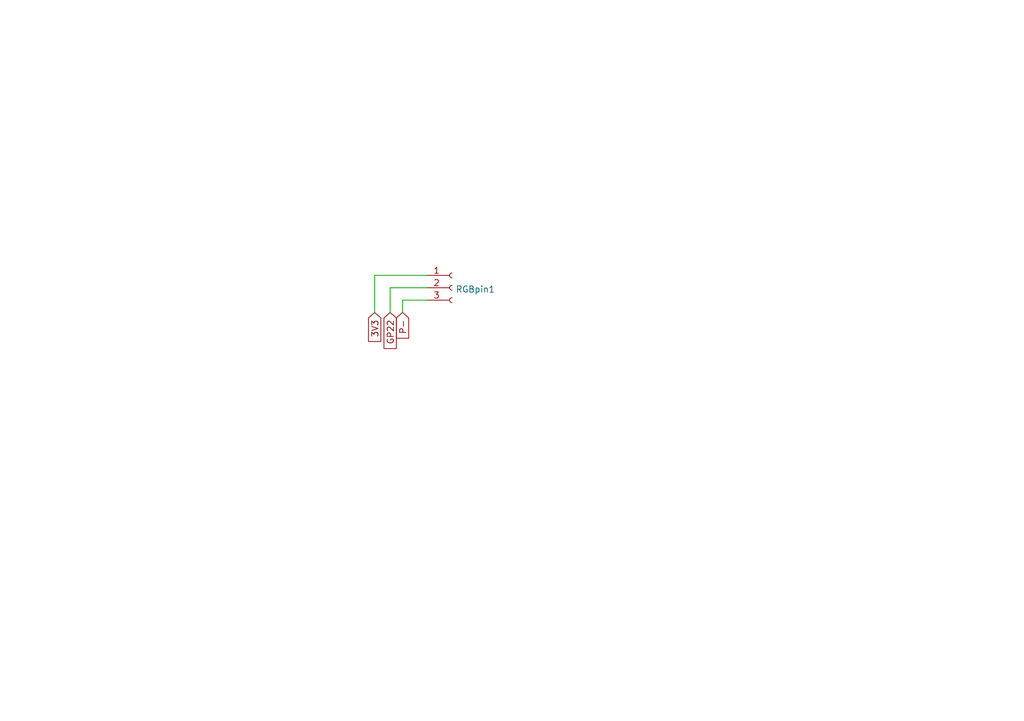
<source format=kicad_sch>
(kicad_sch (version 20230121) (generator eeschema)
  (paper "A5")
  (lib_symbols
    (symbol "Connector:Conn_01x03_Socket" (pin_names (offset 1.016) hide)
      (property "Reference" "J" (at 0 5.08 0))
      (property "Value" "Conn_01x03_Socket" (at 0 -5.08 0))
      (symbol "Conn_01x03_Socket_1_1"
        (arc (start 0 -2.032) (mid -0.5058 -2.54) (end 0 -3.048) (stroke (width 0.1524)))
        (polyline (pts (xy -1.27 -2.54) (xy -0.508 -2.54)) (stroke (width 0.1524)))
        (polyline (pts (xy -1.27 0) (xy -0.508 0)) (stroke (width 0.1524)))
        (polyline (pts (xy -1.27 2.54) (xy -0.508 2.54)) (stroke (width 0.1524)))
        (arc (start 0 0.508) (mid -0.5058 0) (end 0 -0.508) (stroke (width 0.1524)))
        (arc (start 0 3.048) (mid -0.5058 2.54) (end 0 2.032) (stroke (width 0.1524)))
        (pin passive line (at -5.08 2.54 0) (length 3.81) (name "Pin_1") (number "1"))
        (pin passive line (at -5.08 0 0) (length 3.81) (name "Pin_2") (number "2"))
        (pin passive line (at -5.08 -2.54 0) (length 3.81) (name "Pin_3") (number "3"))
      )
    )
  )
  (wire (pts (xy 82.55 61.595) (xy 82.55 64.135)))
  (wire (pts (xy 87.63 56.515) (xy 76.835 56.515)))
  (wire (pts (xy 76.835 56.515) (xy 76.835 64.135)))
  (wire (pts (xy 80.01 59.055) (xy 80.01 64.135)))
  (wire (pts (xy 87.63 61.595) (xy 82.55 61.595)))
  (wire (pts (xy 87.63 59.055) (xy 80.01 59.055)))
  (global_label "P-" (shape input) (at 82.55 64.135 270) (property "Intersheetrefs" "${INTERSHEET_REFS}" (effects hide)))
  (global_label "GP22" (shape input) (at 80.01 64.135 270) (property "Intersheetrefs" "${INTERSHEET_REFS}" (effects hide)))
  (global_label "3V3" (shape input) (at 76.835 64.135 270) (property "Intersheetrefs" "${INTERSHEET_REFS}" (effects hide)))
  (symbol (lib_id "Connector:Conn_01x03_Socket") (at 92.71 59.055 0) (unit 1)
    (property "Reference" "RGBpin1" (at 93.4212 59.3718 0) (effects (justify left)))
    (property "Value" "Conn_01x03_Socket" (effects hide))
    (property "Footprint" "Connector_PinSocket_2.54mm:PinSocket_1x03_P2.54mm_Vertical" (effects hide))
  )
)
</source>
